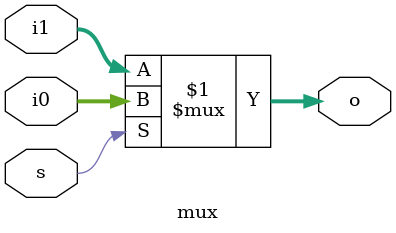
<source format=v>
`timescale 1ns / 1ps
module mux(
	input [31:0] i0, i1,
	input s,
	output [31:0] o
    );

assign o = s ? i0 : i1 ;

endmodule

</source>
